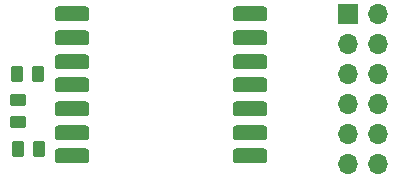
<source format=gbr>
%TF.GenerationSoftware,KiCad,Pcbnew,7.0.10*%
%TF.CreationDate,2024-01-17T19:35:15+01:00*%
%TF.ProjectId,RFM69CW_868,52464d36-3943-4575-9f38-36382e6b6963,rev?*%
%TF.SameCoordinates,Original*%
%TF.FileFunction,Soldermask,Top*%
%TF.FilePolarity,Negative*%
%FSLAX46Y46*%
G04 Gerber Fmt 4.6, Leading zero omitted, Abs format (unit mm)*
G04 Created by KiCad (PCBNEW 7.0.10) date 2024-01-17 19:35:15*
%MOMM*%
%LPD*%
G01*
G04 APERTURE LIST*
G04 Aperture macros list*
%AMRoundRect*
0 Rectangle with rounded corners*
0 $1 Rounding radius*
0 $2 $3 $4 $5 $6 $7 $8 $9 X,Y pos of 4 corners*
0 Add a 4 corners polygon primitive as box body*
4,1,4,$2,$3,$4,$5,$6,$7,$8,$9,$2,$3,0*
0 Add four circle primitives for the rounded corners*
1,1,$1+$1,$2,$3*
1,1,$1+$1,$4,$5*
1,1,$1+$1,$6,$7*
1,1,$1+$1,$8,$9*
0 Add four rect primitives between the rounded corners*
20,1,$1+$1,$2,$3,$4,$5,0*
20,1,$1+$1,$4,$5,$6,$7,0*
20,1,$1+$1,$6,$7,$8,$9,0*
20,1,$1+$1,$8,$9,$2,$3,0*%
G04 Aperture macros list end*
%ADD10R,1.700000X1.700000*%
%ADD11O,1.700000X1.700000*%
%ADD12RoundRect,0.250000X-0.262500X-0.450000X0.262500X-0.450000X0.262500X0.450000X-0.262500X0.450000X0*%
%ADD13RoundRect,0.317500X-1.157500X-0.317500X1.157500X-0.317500X1.157500X0.317500X-1.157500X0.317500X0*%
%ADD14RoundRect,0.250000X-0.450000X0.262500X-0.450000X-0.262500X0.450000X-0.262500X0.450000X0.262500X0*%
G04 APERTURE END LIST*
D10*
%TO.C,J1*%
X149860000Y-43180000D03*
D11*
X152400000Y-43180000D03*
X149860000Y-45720000D03*
X152400000Y-45720000D03*
X149860000Y-48260000D03*
X152400000Y-48260000D03*
X149860000Y-50800000D03*
X152400000Y-50800000D03*
X149860000Y-53340000D03*
X152400000Y-53340000D03*
X149860000Y-55880000D03*
X152400000Y-55880000D03*
%TD*%
D12*
%TO.C,M3*%
X121920000Y-54610000D03*
X123745000Y-54610000D03*
%TD*%
%TO.C,M1*%
X121832500Y-48260000D03*
X123657500Y-48260000D03*
%TD*%
D13*
%TO.C,U1*%
X126555000Y-43245000D03*
X126555000Y-45245000D03*
X126555000Y-47245000D03*
X126555000Y-49245000D03*
X126555000Y-51245000D03*
X126555000Y-53245000D03*
X126555000Y-55245000D03*
X141605000Y-55245000D03*
X141605000Y-53245000D03*
X141605000Y-51245000D03*
X141605000Y-49245000D03*
X141605000Y-47245000D03*
X141605000Y-45245000D03*
X141605000Y-43245000D03*
%TD*%
D14*
%TO.C,M2*%
X121920000Y-50522500D03*
X121920000Y-52347500D03*
%TD*%
M02*

</source>
